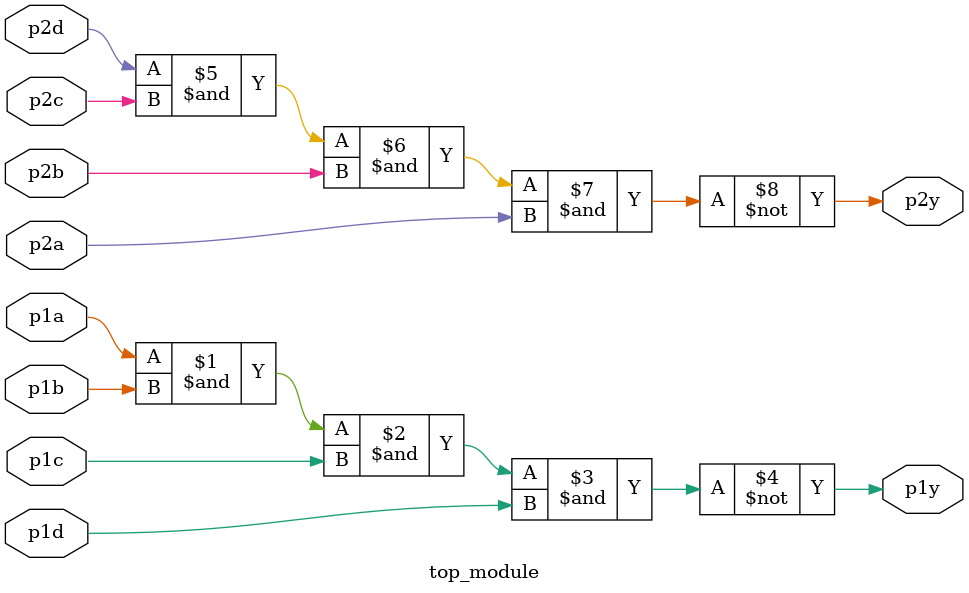
<source format=v>
module top_module ( 
    input p1a, p1b, p1c, p1d,
    output p1y,
    input p2a, p2b, p2c, p2d,
    output p2y );


assign p1y = ~(p1a &p1b & p1c & p1d);
assign p2y = ~(p2d & p2c & p2b & p2a );
endmodule
</source>
